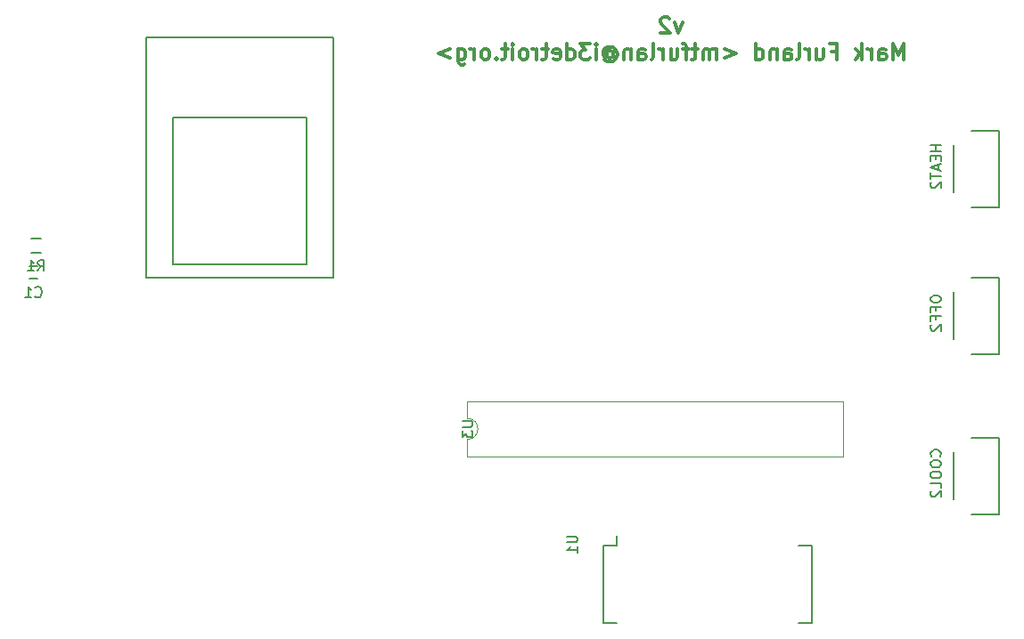
<source format=gbo>
G04 #@! TF.FileFunction,Legend,Bot*
%FSLAX46Y46*%
G04 Gerber Fmt 4.6, Leading zero omitted, Abs format (unit mm)*
G04 Created by KiCad (PCBNEW 4.0.5+dfsg1-4) date Sat Jun 23 00:33:45 2018*
%MOMM*%
%LPD*%
G01*
G04 APERTURE LIST*
%ADD10C,0.100000*%
%ADD11C,0.300000*%
%ADD12C,0.150000*%
%ADD13C,0.120000*%
G04 APERTURE END LIST*
D10*
D11*
X126166428Y-62538571D02*
X125809285Y-63538571D01*
X125452143Y-62538571D01*
X124952143Y-62181429D02*
X124880714Y-62110000D01*
X124737857Y-62038571D01*
X124380714Y-62038571D01*
X124237857Y-62110000D01*
X124166428Y-62181429D01*
X124095000Y-62324286D01*
X124095000Y-62467143D01*
X124166428Y-62681429D01*
X125023571Y-63538571D01*
X124095000Y-63538571D01*
X147202142Y-66088571D02*
X147202142Y-64588571D01*
X146702142Y-65660000D01*
X146202142Y-64588571D01*
X146202142Y-66088571D01*
X144844999Y-66088571D02*
X144844999Y-65302857D01*
X144916428Y-65160000D01*
X145059285Y-65088571D01*
X145344999Y-65088571D01*
X145487856Y-65160000D01*
X144844999Y-66017143D02*
X144987856Y-66088571D01*
X145344999Y-66088571D01*
X145487856Y-66017143D01*
X145559285Y-65874286D01*
X145559285Y-65731429D01*
X145487856Y-65588571D01*
X145344999Y-65517143D01*
X144987856Y-65517143D01*
X144844999Y-65445714D01*
X144130713Y-66088571D02*
X144130713Y-65088571D01*
X144130713Y-65374286D02*
X144059285Y-65231429D01*
X143987856Y-65160000D01*
X143844999Y-65088571D01*
X143702142Y-65088571D01*
X143202142Y-66088571D02*
X143202142Y-64588571D01*
X143059285Y-65517143D02*
X142630714Y-66088571D01*
X142630714Y-65088571D02*
X143202142Y-65660000D01*
X140344999Y-65302857D02*
X140844999Y-65302857D01*
X140844999Y-66088571D02*
X140844999Y-64588571D01*
X140130713Y-64588571D01*
X138916428Y-65088571D02*
X138916428Y-66088571D01*
X139559285Y-65088571D02*
X139559285Y-65874286D01*
X139487857Y-66017143D01*
X139344999Y-66088571D01*
X139130714Y-66088571D01*
X138987857Y-66017143D01*
X138916428Y-65945714D01*
X138202142Y-66088571D02*
X138202142Y-65088571D01*
X138202142Y-65374286D02*
X138130714Y-65231429D01*
X138059285Y-65160000D01*
X137916428Y-65088571D01*
X137773571Y-65088571D01*
X137059285Y-66088571D02*
X137202143Y-66017143D01*
X137273571Y-65874286D01*
X137273571Y-64588571D01*
X135845000Y-66088571D02*
X135845000Y-65302857D01*
X135916429Y-65160000D01*
X136059286Y-65088571D01*
X136345000Y-65088571D01*
X136487857Y-65160000D01*
X135845000Y-66017143D02*
X135987857Y-66088571D01*
X136345000Y-66088571D01*
X136487857Y-66017143D01*
X136559286Y-65874286D01*
X136559286Y-65731429D01*
X136487857Y-65588571D01*
X136345000Y-65517143D01*
X135987857Y-65517143D01*
X135845000Y-65445714D01*
X135130714Y-65088571D02*
X135130714Y-66088571D01*
X135130714Y-65231429D02*
X135059286Y-65160000D01*
X134916428Y-65088571D01*
X134702143Y-65088571D01*
X134559286Y-65160000D01*
X134487857Y-65302857D01*
X134487857Y-66088571D01*
X133130714Y-66088571D02*
X133130714Y-64588571D01*
X133130714Y-66017143D02*
X133273571Y-66088571D01*
X133559285Y-66088571D01*
X133702143Y-66017143D01*
X133773571Y-65945714D01*
X133845000Y-65802857D01*
X133845000Y-65374286D01*
X133773571Y-65231429D01*
X133702143Y-65160000D01*
X133559285Y-65088571D01*
X133273571Y-65088571D01*
X133130714Y-65160000D01*
X130130714Y-65088571D02*
X131273571Y-65517143D01*
X130130714Y-65945714D01*
X129416428Y-66088571D02*
X129416428Y-65088571D01*
X129416428Y-65231429D02*
X129345000Y-65160000D01*
X129202142Y-65088571D01*
X128987857Y-65088571D01*
X128845000Y-65160000D01*
X128773571Y-65302857D01*
X128773571Y-66088571D01*
X128773571Y-65302857D02*
X128702142Y-65160000D01*
X128559285Y-65088571D01*
X128345000Y-65088571D01*
X128202142Y-65160000D01*
X128130714Y-65302857D01*
X128130714Y-66088571D01*
X127630714Y-65088571D02*
X127059285Y-65088571D01*
X127416428Y-64588571D02*
X127416428Y-65874286D01*
X127345000Y-66017143D01*
X127202142Y-66088571D01*
X127059285Y-66088571D01*
X126773571Y-65088571D02*
X126202142Y-65088571D01*
X126559285Y-66088571D02*
X126559285Y-64802857D01*
X126487857Y-64660000D01*
X126344999Y-64588571D01*
X126202142Y-64588571D01*
X125059285Y-65088571D02*
X125059285Y-66088571D01*
X125702142Y-65088571D02*
X125702142Y-65874286D01*
X125630714Y-66017143D01*
X125487856Y-66088571D01*
X125273571Y-66088571D01*
X125130714Y-66017143D01*
X125059285Y-65945714D01*
X124344999Y-66088571D02*
X124344999Y-65088571D01*
X124344999Y-65374286D02*
X124273571Y-65231429D01*
X124202142Y-65160000D01*
X124059285Y-65088571D01*
X123916428Y-65088571D01*
X123202142Y-66088571D02*
X123345000Y-66017143D01*
X123416428Y-65874286D01*
X123416428Y-64588571D01*
X121987857Y-66088571D02*
X121987857Y-65302857D01*
X122059286Y-65160000D01*
X122202143Y-65088571D01*
X122487857Y-65088571D01*
X122630714Y-65160000D01*
X121987857Y-66017143D02*
X122130714Y-66088571D01*
X122487857Y-66088571D01*
X122630714Y-66017143D01*
X122702143Y-65874286D01*
X122702143Y-65731429D01*
X122630714Y-65588571D01*
X122487857Y-65517143D01*
X122130714Y-65517143D01*
X121987857Y-65445714D01*
X121273571Y-65088571D02*
X121273571Y-66088571D01*
X121273571Y-65231429D02*
X121202143Y-65160000D01*
X121059285Y-65088571D01*
X120845000Y-65088571D01*
X120702143Y-65160000D01*
X120630714Y-65302857D01*
X120630714Y-66088571D01*
X118987857Y-65374286D02*
X119059285Y-65302857D01*
X119202142Y-65231429D01*
X119345000Y-65231429D01*
X119487857Y-65302857D01*
X119559285Y-65374286D01*
X119630714Y-65517143D01*
X119630714Y-65660000D01*
X119559285Y-65802857D01*
X119487857Y-65874286D01*
X119345000Y-65945714D01*
X119202142Y-65945714D01*
X119059285Y-65874286D01*
X118987857Y-65802857D01*
X118987857Y-65231429D02*
X118987857Y-65802857D01*
X118916428Y-65874286D01*
X118845000Y-65874286D01*
X118702142Y-65802857D01*
X118630714Y-65660000D01*
X118630714Y-65302857D01*
X118773571Y-65088571D01*
X118987857Y-64945714D01*
X119273571Y-64874286D01*
X119559285Y-64945714D01*
X119773571Y-65088571D01*
X119916428Y-65302857D01*
X119987857Y-65588571D01*
X119916428Y-65874286D01*
X119773571Y-66088571D01*
X119559285Y-66231429D01*
X119273571Y-66302857D01*
X118987857Y-66231429D01*
X118773571Y-66088571D01*
X117987857Y-66088571D02*
X117987857Y-65088571D01*
X117987857Y-64588571D02*
X118059286Y-64660000D01*
X117987857Y-64731429D01*
X117916429Y-64660000D01*
X117987857Y-64588571D01*
X117987857Y-64731429D01*
X117416428Y-64588571D02*
X116487857Y-64588571D01*
X116987857Y-65160000D01*
X116773571Y-65160000D01*
X116630714Y-65231429D01*
X116559285Y-65302857D01*
X116487857Y-65445714D01*
X116487857Y-65802857D01*
X116559285Y-65945714D01*
X116630714Y-66017143D01*
X116773571Y-66088571D01*
X117202143Y-66088571D01*
X117345000Y-66017143D01*
X117416428Y-65945714D01*
X115202143Y-66088571D02*
X115202143Y-64588571D01*
X115202143Y-66017143D02*
X115345000Y-66088571D01*
X115630714Y-66088571D01*
X115773572Y-66017143D01*
X115845000Y-65945714D01*
X115916429Y-65802857D01*
X115916429Y-65374286D01*
X115845000Y-65231429D01*
X115773572Y-65160000D01*
X115630714Y-65088571D01*
X115345000Y-65088571D01*
X115202143Y-65160000D01*
X113916429Y-66017143D02*
X114059286Y-66088571D01*
X114345000Y-66088571D01*
X114487857Y-66017143D01*
X114559286Y-65874286D01*
X114559286Y-65302857D01*
X114487857Y-65160000D01*
X114345000Y-65088571D01*
X114059286Y-65088571D01*
X113916429Y-65160000D01*
X113845000Y-65302857D01*
X113845000Y-65445714D01*
X114559286Y-65588571D01*
X113416429Y-65088571D02*
X112845000Y-65088571D01*
X113202143Y-64588571D02*
X113202143Y-65874286D01*
X113130715Y-66017143D01*
X112987857Y-66088571D01*
X112845000Y-66088571D01*
X112345000Y-66088571D02*
X112345000Y-65088571D01*
X112345000Y-65374286D02*
X112273572Y-65231429D01*
X112202143Y-65160000D01*
X112059286Y-65088571D01*
X111916429Y-65088571D01*
X111202143Y-66088571D02*
X111345001Y-66017143D01*
X111416429Y-65945714D01*
X111487858Y-65802857D01*
X111487858Y-65374286D01*
X111416429Y-65231429D01*
X111345001Y-65160000D01*
X111202143Y-65088571D01*
X110987858Y-65088571D01*
X110845001Y-65160000D01*
X110773572Y-65231429D01*
X110702143Y-65374286D01*
X110702143Y-65802857D01*
X110773572Y-65945714D01*
X110845001Y-66017143D01*
X110987858Y-66088571D01*
X111202143Y-66088571D01*
X110059286Y-66088571D02*
X110059286Y-65088571D01*
X110059286Y-64588571D02*
X110130715Y-64660000D01*
X110059286Y-64731429D01*
X109987858Y-64660000D01*
X110059286Y-64588571D01*
X110059286Y-64731429D01*
X109559286Y-65088571D02*
X108987857Y-65088571D01*
X109345000Y-64588571D02*
X109345000Y-65874286D01*
X109273572Y-66017143D01*
X109130714Y-66088571D01*
X108987857Y-66088571D01*
X108487857Y-65945714D02*
X108416429Y-66017143D01*
X108487857Y-66088571D01*
X108559286Y-66017143D01*
X108487857Y-65945714D01*
X108487857Y-66088571D01*
X107559285Y-66088571D02*
X107702143Y-66017143D01*
X107773571Y-65945714D01*
X107845000Y-65802857D01*
X107845000Y-65374286D01*
X107773571Y-65231429D01*
X107702143Y-65160000D01*
X107559285Y-65088571D01*
X107345000Y-65088571D01*
X107202143Y-65160000D01*
X107130714Y-65231429D01*
X107059285Y-65374286D01*
X107059285Y-65802857D01*
X107130714Y-65945714D01*
X107202143Y-66017143D01*
X107345000Y-66088571D01*
X107559285Y-66088571D01*
X106416428Y-66088571D02*
X106416428Y-65088571D01*
X106416428Y-65374286D02*
X106345000Y-65231429D01*
X106273571Y-65160000D01*
X106130714Y-65088571D01*
X105987857Y-65088571D01*
X104845000Y-65088571D02*
X104845000Y-66302857D01*
X104916429Y-66445714D01*
X104987857Y-66517143D01*
X105130714Y-66588571D01*
X105345000Y-66588571D01*
X105487857Y-66517143D01*
X104845000Y-66017143D02*
X104987857Y-66088571D01*
X105273571Y-66088571D01*
X105416429Y-66017143D01*
X105487857Y-65945714D01*
X105559286Y-65802857D01*
X105559286Y-65374286D01*
X105487857Y-65231429D01*
X105416429Y-65160000D01*
X105273571Y-65088571D01*
X104987857Y-65088571D01*
X104845000Y-65160000D01*
X104130714Y-65088571D02*
X102987857Y-65517143D01*
X104130714Y-65945714D01*
D12*
X77724000Y-85598000D02*
X77724000Y-71628000D01*
X77724000Y-71628000D02*
X90424000Y-71628000D01*
X90424000Y-71628000D02*
X90424000Y-85598000D01*
X90424000Y-85598000D02*
X77724000Y-85598000D01*
X75184000Y-86868000D02*
X92964000Y-86868000D01*
X92964000Y-86868000D02*
X92964000Y-64008000D01*
X92964000Y-64008000D02*
X75184000Y-64008000D01*
X75184000Y-64008000D02*
X75184000Y-86868000D01*
D13*
X105731000Y-102219000D02*
G75*
G03X105731000Y-100219000I0J1000000D01*
G01*
X105731000Y-100219000D02*
X105731000Y-98569000D01*
X105731000Y-98569000D02*
X141411000Y-98569000D01*
X141411000Y-98569000D02*
X141411000Y-103869000D01*
X141411000Y-103869000D02*
X105731000Y-103869000D01*
X105731000Y-103869000D02*
X105731000Y-102219000D01*
D12*
X65270000Y-83145000D02*
X64270000Y-83145000D01*
X64270000Y-84495000D02*
X65270000Y-84495000D01*
X64166000Y-86960000D02*
X64866000Y-86960000D01*
X64866000Y-85760000D02*
X64166000Y-85760000D01*
X156210000Y-109347000D02*
X156210000Y-102050000D01*
X156210000Y-102050000D02*
X153640000Y-102050000D01*
X151910000Y-107950000D02*
X151910000Y-103450000D01*
X156210000Y-109347000D02*
X153640000Y-109347000D01*
X156210000Y-80137000D02*
X156210000Y-72840000D01*
X156210000Y-72840000D02*
X153640000Y-72840000D01*
X151910000Y-78740000D02*
X151910000Y-74240000D01*
X156210000Y-80137000D02*
X153640000Y-80137000D01*
X156210000Y-94107000D02*
X156210000Y-86810000D01*
X156210000Y-86810000D02*
X153640000Y-86810000D01*
X151910000Y-92710000D02*
X151910000Y-88210000D01*
X156210000Y-94107000D02*
X153640000Y-94107000D01*
X118672500Y-112339500D02*
X119942500Y-112339500D01*
X118672500Y-119689500D02*
X119942500Y-119689500D01*
X138502500Y-119689500D02*
X137232500Y-119689500D01*
X138502500Y-112339500D02*
X137232500Y-112339500D01*
X118672500Y-112339500D02*
X118672500Y-119689500D01*
X138502500Y-112339500D02*
X138502500Y-119689500D01*
X119942500Y-112339500D02*
X119942500Y-111404500D01*
X105243381Y-100457095D02*
X106052905Y-100457095D01*
X106148143Y-100504714D01*
X106195762Y-100552333D01*
X106243381Y-100647571D01*
X106243381Y-100838048D01*
X106195762Y-100933286D01*
X106148143Y-100980905D01*
X106052905Y-101028524D01*
X105243381Y-101028524D01*
X105243381Y-101409476D02*
X105243381Y-102028524D01*
X105624333Y-101695190D01*
X105624333Y-101838048D01*
X105671952Y-101933286D01*
X105719571Y-101980905D01*
X105814810Y-102028524D01*
X106052905Y-102028524D01*
X106148143Y-101980905D01*
X106195762Y-101933286D01*
X106243381Y-101838048D01*
X106243381Y-101552333D01*
X106195762Y-101457095D01*
X106148143Y-101409476D01*
X64936666Y-86172381D02*
X65270000Y-85696190D01*
X65508095Y-86172381D02*
X65508095Y-85172381D01*
X65127142Y-85172381D01*
X65031904Y-85220000D01*
X64984285Y-85267619D01*
X64936666Y-85362857D01*
X64936666Y-85505714D01*
X64984285Y-85600952D01*
X65031904Y-85648571D01*
X65127142Y-85696190D01*
X65508095Y-85696190D01*
X63984285Y-86172381D02*
X64555714Y-86172381D01*
X64270000Y-86172381D02*
X64270000Y-85172381D01*
X64365238Y-85315238D01*
X64460476Y-85410476D01*
X64555714Y-85458095D01*
X64682666Y-88617143D02*
X64730285Y-88664762D01*
X64873142Y-88712381D01*
X64968380Y-88712381D01*
X65111238Y-88664762D01*
X65206476Y-88569524D01*
X65254095Y-88474286D01*
X65301714Y-88283810D01*
X65301714Y-88140952D01*
X65254095Y-87950476D01*
X65206476Y-87855238D01*
X65111238Y-87760000D01*
X64968380Y-87712381D01*
X64873142Y-87712381D01*
X64730285Y-87760000D01*
X64682666Y-87807619D01*
X63730285Y-88712381D02*
X64301714Y-88712381D01*
X64016000Y-88712381D02*
X64016000Y-87712381D01*
X64111238Y-87855238D01*
X64206476Y-87950476D01*
X64301714Y-87998095D01*
X150647143Y-103830953D02*
X150694762Y-103783334D01*
X150742381Y-103640477D01*
X150742381Y-103545239D01*
X150694762Y-103402381D01*
X150599524Y-103307143D01*
X150504286Y-103259524D01*
X150313810Y-103211905D01*
X150170952Y-103211905D01*
X149980476Y-103259524D01*
X149885238Y-103307143D01*
X149790000Y-103402381D01*
X149742381Y-103545239D01*
X149742381Y-103640477D01*
X149790000Y-103783334D01*
X149837619Y-103830953D01*
X149742381Y-104450000D02*
X149742381Y-104640477D01*
X149790000Y-104735715D01*
X149885238Y-104830953D01*
X150075714Y-104878572D01*
X150409048Y-104878572D01*
X150599524Y-104830953D01*
X150694762Y-104735715D01*
X150742381Y-104640477D01*
X150742381Y-104450000D01*
X150694762Y-104354762D01*
X150599524Y-104259524D01*
X150409048Y-104211905D01*
X150075714Y-104211905D01*
X149885238Y-104259524D01*
X149790000Y-104354762D01*
X149742381Y-104450000D01*
X149742381Y-105497619D02*
X149742381Y-105688096D01*
X149790000Y-105783334D01*
X149885238Y-105878572D01*
X150075714Y-105926191D01*
X150409048Y-105926191D01*
X150599524Y-105878572D01*
X150694762Y-105783334D01*
X150742381Y-105688096D01*
X150742381Y-105497619D01*
X150694762Y-105402381D01*
X150599524Y-105307143D01*
X150409048Y-105259524D01*
X150075714Y-105259524D01*
X149885238Y-105307143D01*
X149790000Y-105402381D01*
X149742381Y-105497619D01*
X150742381Y-106830953D02*
X150742381Y-106354762D01*
X149742381Y-106354762D01*
X149837619Y-107116667D02*
X149790000Y-107164286D01*
X149742381Y-107259524D01*
X149742381Y-107497620D01*
X149790000Y-107592858D01*
X149837619Y-107640477D01*
X149932857Y-107688096D01*
X150028095Y-107688096D01*
X150170952Y-107640477D01*
X150742381Y-107069048D01*
X150742381Y-107688096D01*
X150742381Y-74216190D02*
X149742381Y-74216190D01*
X150218571Y-74216190D02*
X150218571Y-74787619D01*
X150742381Y-74787619D02*
X149742381Y-74787619D01*
X150218571Y-75263809D02*
X150218571Y-75597143D01*
X150742381Y-75740000D02*
X150742381Y-75263809D01*
X149742381Y-75263809D01*
X149742381Y-75740000D01*
X150456667Y-76120952D02*
X150456667Y-76597143D01*
X150742381Y-76025714D02*
X149742381Y-76359047D01*
X150742381Y-76692381D01*
X149742381Y-76882857D02*
X149742381Y-77454286D01*
X150742381Y-77168571D02*
X149742381Y-77168571D01*
X149837619Y-77740000D02*
X149790000Y-77787619D01*
X149742381Y-77882857D01*
X149742381Y-78120953D01*
X149790000Y-78216191D01*
X149837619Y-78263810D01*
X149932857Y-78311429D01*
X150028095Y-78311429D01*
X150170952Y-78263810D01*
X150742381Y-77692381D01*
X150742381Y-78311429D01*
X149742381Y-88781428D02*
X149742381Y-88971905D01*
X149790000Y-89067143D01*
X149885238Y-89162381D01*
X150075714Y-89210000D01*
X150409048Y-89210000D01*
X150599524Y-89162381D01*
X150694762Y-89067143D01*
X150742381Y-88971905D01*
X150742381Y-88781428D01*
X150694762Y-88686190D01*
X150599524Y-88590952D01*
X150409048Y-88543333D01*
X150075714Y-88543333D01*
X149885238Y-88590952D01*
X149790000Y-88686190D01*
X149742381Y-88781428D01*
X150218571Y-89971905D02*
X150218571Y-89638571D01*
X150742381Y-89638571D02*
X149742381Y-89638571D01*
X149742381Y-90114762D01*
X150218571Y-90829048D02*
X150218571Y-90495714D01*
X150742381Y-90495714D02*
X149742381Y-90495714D01*
X149742381Y-90971905D01*
X149837619Y-91305238D02*
X149790000Y-91352857D01*
X149742381Y-91448095D01*
X149742381Y-91686191D01*
X149790000Y-91781429D01*
X149837619Y-91829048D01*
X149932857Y-91876667D01*
X150028095Y-91876667D01*
X150170952Y-91829048D01*
X150742381Y-91257619D01*
X150742381Y-91876667D01*
X115199881Y-111442595D02*
X116009405Y-111442595D01*
X116104643Y-111490214D01*
X116152262Y-111537833D01*
X116199881Y-111633071D01*
X116199881Y-111823548D01*
X116152262Y-111918786D01*
X116104643Y-111966405D01*
X116009405Y-112014024D01*
X115199881Y-112014024D01*
X116199881Y-113014024D02*
X116199881Y-112442595D01*
X116199881Y-112728309D02*
X115199881Y-112728309D01*
X115342738Y-112633071D01*
X115437976Y-112537833D01*
X115485595Y-112442595D01*
M02*

</source>
